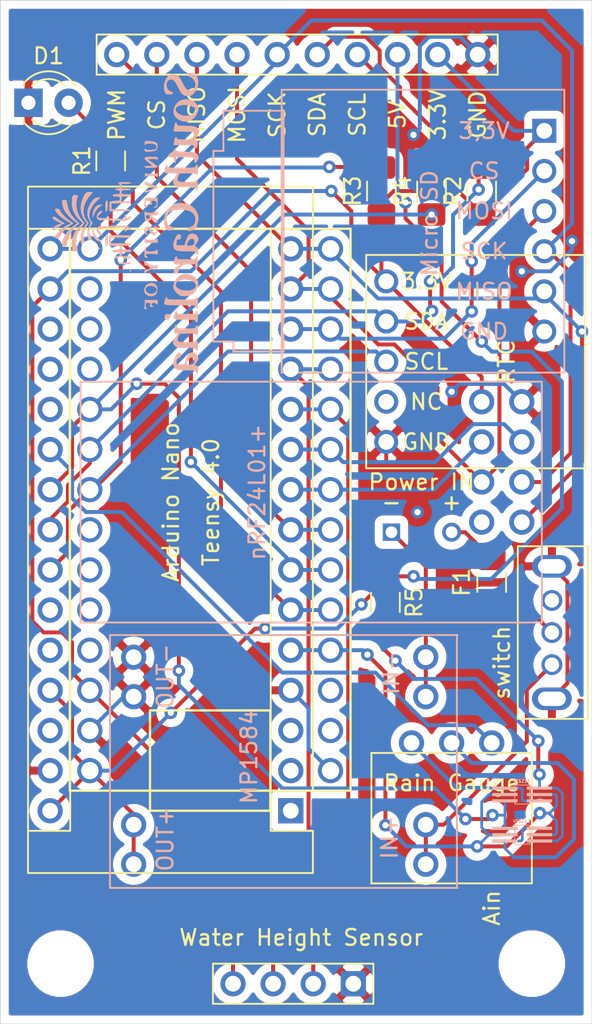
<source format=kicad_pcb>
(kicad_pcb (version 20171130) (host pcbnew "(5.1.6)-1")
  (layers (0 F.Cu signal) (31 B.Cu signal) (34 B.Paste user) (35 F.Paste user) (36 B.SilkS user) (37 F.SilkS user) (38 B.Mask user) (39 F.Mask user) (44 Edge.Cuts user))
  (net 0 "")
  (net 1 "Net-(Arduino_Nano1-Pad1)")
  (net 2 "Net-(Arduino_Nano1-Pad17)")
  (net 3 "Net-(Arduino_Nano1-Pad2)")
  (net 4 "Net-(Arduino_Nano1-Pad18)")
  (net 5 "Net-(Arduino_Nano1-Pad3)")
  (net 6 "Net-(Arduino_Nano1-Pad19)")
  (net 7 GND)
  (net 8 "Net-(Arduino_Nano1-Pad20)")
  (net 9 "Net-(Arduino_Nano1-Pad5)")
  (net 10 "Net-(Arduino_Nano1-Pad21)")
  (net 11 "Net-(Arduino_Nano1-Pad6)")
  (net 12 "Net-(Arduino_Nano1-Pad22)")
  (net 13 "Net-(Arduino_Nano1-Pad7)")
  (net 14 "Net-(Arduino_Nano1-Pad23)")
  (net 15 "Net-(Arduino_Nano1-Pad8)")
  (net 16 "Net-(Arduino_Nano1-Pad24)")
  (net 17 "Net-(Arduino_Nano1-Pad9)")
  (net 18 "Net-(Arduino_Nano1-Pad25)")
  (net 19 "Net-(Arduino_Nano1-Pad10)")
  (net 20 "Net-(Arduino_Nano1-Pad26)")
  (net 21 "Net-(Arduino_Nano1-Pad11)")
  (net 22 "Net-(Arduino_Nano1-Pad27)")
  (net 23 "Net-(Arduino_Nano1-Pad12)")
  (net 24 "Net-(Arduino_Nano1-Pad28)")
  (net 25 "Net-(Arduino_Nano1-Pad13)")
  (net 26 "Net-(Arduino_Nano1-Pad14)")
  (net 27 "Net-(Arduino_Nano1-Pad15)")
  (net 28 "Net-(Arduino_Nano1-Pad16)")
  (net 29 "Net-(D1-Pad2)")
  (net 30 "Net-(F1-Pad1)")
  (net 31 "Net-(F1-Pad2)")
  (net 32 "Net-(nRF24L01+1-Pad4)")
  (net 33 "Net-(Power_IN1-Pad1)")
  (net 34 "Net-(R5-Pad2)")
  (net 35 "Net-(VT6Z11-Pad3)")
  (net 36 "Net-(VT6Z12-Pad1)")
  (net 37 "Net-(RTC1-Pad2)")
  (net 38 "Net-(U5-Pad1)")
  (net 39 "Net-(switch1-Pad3)")
  (net 40 "Net-(U1-Pad28)")
  (net 41 "Net-(U1-Pad23)")
  (net 42 "Net-(U1-Pad30)")
  (net 43 "Net-(U1-Pad27)")
  (net 44 "Net-(U1-Pad2)")
  (net 45 "Net-(U1-Pad21)")
  (net 46 "Net-(U1-Pad29)")
  (net 47 "Net-(U1-Pad3)")
  (net 48 "Net-(U1-Pad22)")
  (module custom:Rainfall_sensor (layer F.Cu) (at 147.955 81.28)
    (fp_text reference "Rain Gauge" (at 1.27 3.175) (layer F.SilkS))
    (fp_text value rain_gauge-whs5-rescue)
    (fp_text user Ain (at 3.81 11.0744 90) (layer F.SilkS))
    (pad 3 thru_hole circle (at 3.81 0.635) (size 1.6 1.6) (drill 1) (layers *.Cu *.Mask) (net 10 "Net-(Arduino_Nano1-Pad21)"))
    (pad 2 thru_hole circle (at 1.27 0.635) (size 1.6 1.6) (drill 1) (layers *.Cu *.Mask) (net 36 "Net-(VT6Z12-Pad1)"))
    (pad 1 thru_hole circle (at -1.27 0.635) (size 1.6 1.6) (drill 1) (layers *.Cu *.Mask) (net 35 "Net-(VT6Z11-Pad3)"))
  )
  (module custom:VT6Z1 (layer F.Cu) (at 153.67 87.122)
    (fp_text reference VT6Z12 (at 0 -0.25 180) (layer B.SilkS) (effects (font (size 0.2 0.2) (thickness 0.05))))
    (fp_text value VT6Z1)
    (pad 6 smd rect (at -1.0668 0.2 270) (size 0.2 1.6) (layers B.Cu B.Paste B.SilkS) (net 12 "Net-(Arduino_Nano1-Pad22)"))
    (pad 5 smd rect (at -1.0668 0.6 270) (size 0.2 1.6) (layers B.Cu B.Paste B.SilkS) (net 9 "Net-(Arduino_Nano1-Pad5)"))
    (pad 4 smd rect (at -1.0668 1 270) (size 0.2 1.6) (layers B.Cu B.Paste B.SilkS) (net 36 "Net-(VT6Z12-Pad1)"))
    (pad 3 smd rect (at 1.1176 1 270) (size 0.2 1.6) (layers B.Cu B.Paste B.SilkS) (net 34 "Net-(R5-Pad2)"))
    (pad 2 smd rect (at 1.1176 0.6 270) (size 0.2 1.6) (layers B.Cu B.Paste B.SilkS) (net 9 "Net-(Arduino_Nano1-Pad5)"))
    (pad 1 smd rect (at 1.1176 0.1905 270) (size 0.2 1.6) (layers B.Cu B.Paste B.SilkS) (net 36 "Net-(VT6Z12-Pad1)"))
  )
  (module custom:VT6Z1 (layer F.Cu) (at 153.67 84.582)
    (fp_text reference VT6Z11 (at 0 -0.25 180) (layer B.SilkS) (effects (font (size 0.2 0.2) (thickness 0.05))))
    (fp_text value VT6Z1)
    (pad 6 smd rect (at -1.0668 0.2 270) (size 0.2 1.6) (layers B.Cu B.Paste B.SilkS) (net 35 "Net-(VT6Z11-Pad3)"))
    (pad 5 smd rect (at -1.0668 0.6 270) (size 0.2 1.6) (layers B.Cu B.Paste B.SilkS) (net 9 "Net-(Arduino_Nano1-Pad5)"))
    (pad 4 smd rect (at -1.0668 1 270) (size 0.2 1.6) (layers B.Cu B.Paste B.SilkS) (net 12 "Net-(Arduino_Nano1-Pad22)"))
    (pad 3 smd rect (at 1.1176 1 270) (size 0.2 1.6) (layers B.Cu B.Paste B.SilkS) (net 35 "Net-(VT6Z11-Pad3)"))
    (pad 2 smd rect (at 1.1176 0.6 270) (size 0.2 1.6) (layers B.Cu B.Paste B.SilkS) (net 9 "Net-(Arduino_Nano1-Pad5)"))
    (pad 1 smd rect (at 1.1176 0.1905 270) (size 0.2 1.6) (layers B.Cu B.Paste B.SilkS) (net 34 "Net-(R5-Pad2)"))
  )
  (module UofSC_logo:uofsc_logo_0_75in (layer F.Cu) (at 128.524 52.832 90)
    (fp_text reference G*** hide)
    (fp_text value LOGO hide)
  )
  (module MountingHole:MountingHole_3.2mm_M3 (layer F.Cu) (at 124.46 95.885)
    (fp_text reference REF** hide)
    (fp_text value MountingHole_3.2mm_M3)
    (pad 1 np_thru_hole circle (at 0 0) (size 3.2 3.2) (drill 3.2) (layers *.Cu *.Mask))
  )
  (module MountingHole:MountingHole_3.2mm_M3 (layer F.Cu) (at 154.305 95.885)
    (fp_text reference REF** hide)
    (fp_text value MountingHole_3.2mm_M3 hide)
    (pad "" np_thru_hole circle (at 0 0) (size 3.2 3.2) (drill 3.2) (layers *.Cu *.Mask))
  )
  (module custom:teensy4.0 (layer F.Cu) (at 133.2992 67.1576 90)
    (fp_text reference "Teensy 4.0" (at 0.4826 0.6858 270) (layer F.SilkS))
    (fp_text value Teensy4.0)
    (pad 1 thru_hole circle (at -16.51 8.255 90) (size 1.6 1.6) (drill 1.1) (layers *.Cu *.Mask) (net 7 GND))
    (pad 26 thru_hole circle (at 1.27 -6.985 90) (size 1.6 1.6) (drill 1.1) (layers *.Cu *.Mask) (net 16 "Net-(Arduino_Nano1-Pad24)"))
    (pad 7 thru_hole circle (at -1.27 8.255 90) (size 1.6 1.6) (drill 1.1) (layers *.Cu *.Mask) (net 15 "Net-(Arduino_Nano1-Pad8)"))
    (pad 11 thru_hole circle (at 8.89 8.255 90) (size 1.6 1.6) (drill 1.1) (layers *.Cu *.Mask) (net 23 "Net-(Arduino_Nano1-Pad12)"))
    (pad 12 thru_hole circle (at 11.43 8.255 90) (size 1.6 1.6) (drill 1.1) (layers *.Cu *.Mask) (net 25 "Net-(Arduino_Nano1-Pad13)"))
    (pad 14 thru_hole circle (at 16.51 8.255 90) (size 1.6 1.6) (drill 1.1) (layers *.Cu *.Mask) (net 27 "Net-(Arduino_Nano1-Pad15)"))
    (pad 32 thru_hole circle (at -13.97 -6.985 90) (size 1.6 1.6) (drill 1.1) (layers *.Cu *.Mask) (net 7 GND))
    (pad 28 thru_hole circle (at -3.81 -6.985 90) (size 1.6 1.6) (drill 1.1) (layers *.Cu *.Mask) (net 40 "Net-(U1-Pad28)"))
    (pad 23 thru_hole circle (at 8.89 -6.985 90) (size 1.6 1.6) (drill 1.1) (layers *.Cu *.Mask) (net 41 "Net-(U1-Pad23)"))
    (pad 13 thru_hole circle (at 13.97 8.255 90) (size 1.6 1.6) (drill 1.1) (layers *.Cu *.Mask) (net 26 "Net-(Arduino_Nano1-Pad14)"))
    (pad 33 thru_hole circle (at -16.51 -6.985 90) (size 1.6 1.6) (drill 1.1) (layers *.Cu *.Mask) (net 22 "Net-(Arduino_Nano1-Pad27)"))
    (pad 30 thru_hole circle (at -8.89 -6.985 90) (size 1.6 1.6) (drill 1.1) (layers *.Cu *.Mask) (net 42 "Net-(U1-Pad30)"))
    (pad 27 thru_hole circle (at -1.27 -6.985 90) (size 1.6 1.6) (drill 1.1) (layers *.Cu *.Mask) (net 43 "Net-(U1-Pad27)"))
    (pad 25 thru_hole circle (at 3.81 -6.985 90) (size 1.6 1.6) (drill 1.1) (layers *.Cu *.Mask) (net 14 "Net-(Arduino_Nano1-Pad23)"))
    (pad 24 thru_hole circle (at 6.35 -6.985 90) (size 1.6 1.6) (drill 1.1) (layers *.Cu *.Mask) (net 12 "Net-(Arduino_Nano1-Pad22)"))
    (pad 20 thru_hole circle (at 16.51 -6.985 90) (size 1.6 1.6) (drill 1.1) (layers *.Cu *.Mask) (net 28 "Net-(Arduino_Nano1-Pad16)"))
    (pad 2 thru_hole circle (at -13.97 8.255 90) (size 1.6 1.6) (drill 1.1) (layers *.Cu *.Mask) (net 44 "Net-(U1-Pad2)"))
    (pad 21 thru_hole circle (at 13.97 -6.985 90) (size 1.6 1.6) (drill 1.1) (layers *.Cu *.Mask) (net 45 "Net-(U1-Pad21)"))
    (pad 29 thru_hole circle (at -6.35 -6.985 90) (size 1.6 1.6) (drill 1.1) (layers *.Cu *.Mask) (net 46 "Net-(U1-Pad29)"))
    (pad 3 thru_hole circle (at -11.43 8.255 90) (size 1.6 1.6) (drill 1.1) (layers *.Cu *.Mask) (net 47 "Net-(U1-Pad3)"))
    (pad 4 thru_hole circle (at -8.89 8.255 90) (size 1.6 1.6) (drill 1.1) (layers *.Cu *.Mask) (net 9 "Net-(Arduino_Nano1-Pad5)"))
    (pad 5 thru_hole circle (at -6.35 8.255 90) (size 1.6 1.6) (drill 1.1) (layers *.Cu *.Mask) (net 11 "Net-(Arduino_Nano1-Pad6)"))
    (pad 9 thru_hole circle (at 3.81 8.255 90) (size 1.6 1.6) (drill 1.1) (layers *.Cu *.Mask) (net 19 "Net-(Arduino_Nano1-Pad10)"))
    (pad 6 thru_hole circle (at -3.81 8.255 90) (size 1.6 1.6) (drill 1.1) (layers *.Cu *.Mask) (net 13 "Net-(Arduino_Nano1-Pad7)"))
    (pad 8 thru_hole circle (at 1.27 8.255 90) (size 1.6 1.6) (drill 1.1) (layers *.Cu *.Mask) (net 17 "Net-(Arduino_Nano1-Pad9)"))
    (pad 10 thru_hole circle (at 6.35 8.255 90) (size 1.6 1.6) (drill 1.1) (layers *.Cu *.Mask) (net 21 "Net-(Arduino_Nano1-Pad11)"))
    (pad 31 thru_hole circle (at -11.43 -6.985 90) (size 1.6 1.6) (drill 1.1) (layers *.Cu *.Mask) (net 2 "Net-(Arduino_Nano1-Pad17)"))
    (pad 22 thru_hole circle (at 11.43 -6.985 90) (size 1.6 1.6) (drill 1.1) (layers *.Cu *.Mask) (net 48 "Net-(U1-Pad22)"))
  )
  (module Module:Arduino_Nano (layer F.Cu) (at 139.0396 86.2076 180)
    (fp_text reference "Arduino Nano" (at 7.5946 19.5326 90) (layer F.SilkS))
    (fp_text value Arduino_Nano_v2.x)
    (pad 1 thru_hole rect (at 0 0 180) (size 1.6 1.6) (drill 1) (layers *.Cu *.Mask) (net 1 "Net-(Arduino_Nano1-Pad1)"))
    (pad 17 thru_hole oval (at 15.24 33.02 180) (size 1.6 1.6) (drill 1) (layers *.Cu *.Mask) (net 2 "Net-(Arduino_Nano1-Pad17)"))
    (pad 2 thru_hole oval (at 0 2.54 180) (size 1.6 1.6) (drill 1) (layers *.Cu *.Mask) (net 3 "Net-(Arduino_Nano1-Pad2)"))
    (pad 18 thru_hole oval (at 15.24 30.48 180) (size 1.6 1.6) (drill 1) (layers *.Cu *.Mask) (net 4 "Net-(Arduino_Nano1-Pad18)"))
    (pad 3 thru_hole oval (at 0 5.08 180) (size 1.6 1.6) (drill 1) (layers *.Cu *.Mask) (net 5 "Net-(Arduino_Nano1-Pad3)"))
    (pad 19 thru_hole oval (at 15.24 27.94 180) (size 1.6 1.6) (drill 1) (layers *.Cu *.Mask) (net 6 "Net-(Arduino_Nano1-Pad19)"))
    (pad 4 thru_hole oval (at 0 7.62 180) (size 1.6 1.6) (drill 1) (layers *.Cu *.Mask) (net 7 GND))
    (pad 20 thru_hole oval (at 15.24 25.4 180) (size 1.6 1.6) (drill 1) (layers *.Cu *.Mask) (net 8 "Net-(Arduino_Nano1-Pad20)"))
    (pad 5 thru_hole oval (at 0 10.16 180) (size 1.6 1.6) (drill 1) (layers *.Cu *.Mask) (net 9 "Net-(Arduino_Nano1-Pad5)"))
    (pad 21 thru_hole oval (at 15.24 22.86 180) (size 1.6 1.6) (drill 1) (layers *.Cu *.Mask) (net 10 "Net-(Arduino_Nano1-Pad21)"))
    (pad 6 thru_hole oval (at 0 12.7 180) (size 1.6 1.6) (drill 1) (layers *.Cu *.Mask) (net 11 "Net-(Arduino_Nano1-Pad6)"))
    (pad 22 thru_hole oval (at 15.24 20.32 180) (size 1.6 1.6) (drill 1) (layers *.Cu *.Mask) (net 12 "Net-(Arduino_Nano1-Pad22)"))
    (pad 7 thru_hole oval (at 0 15.24 180) (size 1.6 1.6) (drill 1) (layers *.Cu *.Mask) (net 13 "Net-(Arduino_Nano1-Pad7)"))
    (pad 23 thru_hole oval (at 15.24 17.78 180) (size 1.6 1.6) (drill 1) (layers *.Cu *.Mask) (net 14 "Net-(Arduino_Nano1-Pad23)"))
    (pad 8 thru_hole oval (at 0 17.78 180) (size 1.6 1.6) (drill 1) (layers *.Cu *.Mask) (net 15 "Net-(Arduino_Nano1-Pad8)"))
    (pad 24 thru_hole oval (at 15.24 15.24 180) (size 1.6 1.6) (drill 1) (layers *.Cu *.Mask) (net 16 "Net-(Arduino_Nano1-Pad24)"))
    (pad 9 thru_hole oval (at 0 20.32 180) (size 1.6 1.6) (drill 1) (layers *.Cu *.Mask) (net 17 "Net-(Arduino_Nano1-Pad9)"))
    (pad 25 thru_hole oval (at 15.24 12.7 180) (size 1.6 1.6) (drill 1) (layers *.Cu *.Mask) (net 18 "Net-(Arduino_Nano1-Pad25)"))
    (pad 10 thru_hole oval (at 0 22.86 180) (size 1.6 1.6) (drill 1) (layers *.Cu *.Mask) (net 19 "Net-(Arduino_Nano1-Pad10)"))
    (pad 26 thru_hole oval (at 15.24 10.16 180) (size 1.6 1.6) (drill 1) (layers *.Cu *.Mask) (net 20 "Net-(Arduino_Nano1-Pad26)"))
    (pad 11 thru_hole oval (at 0 25.4 180) (size 1.6 1.6) (drill 1) (layers *.Cu *.Mask) (net 21 "Net-(Arduino_Nano1-Pad11)"))
    (pad 27 thru_hole oval (at 15.24 7.62 180) (size 1.6 1.6) (drill 1) (layers *.Cu *.Mask) (net 22 "Net-(Arduino_Nano1-Pad27)"))
    (pad 12 thru_hole oval (at 0 27.94 180) (size 1.6 1.6) (drill 1) (layers *.Cu *.Mask) (net 23 "Net-(Arduino_Nano1-Pad12)"))
    (pad 28 thru_hole oval (at 15.24 5.08 180) (size 1.6 1.6) (drill 1) (layers *.Cu *.Mask) (net 24 "Net-(Arduino_Nano1-Pad28)"))
    (pad 13 thru_hole oval (at 0 30.48 180) (size 1.6 1.6) (drill 1) (layers *.Cu *.Mask) (net 25 "Net-(Arduino_Nano1-Pad13)"))
    (pad 29 thru_hole oval (at 15.24 2.54 180) (size 1.6 1.6) (drill 1) (layers *.Cu *.Mask) (net 7 GND))
    (pad 14 thru_hole oval (at 0 33.02 180) (size 1.6 1.6) (drill 1) (layers *.Cu *.Mask) (net 26 "Net-(Arduino_Nano1-Pad14)"))
    (pad 30 thru_hole oval (at 15.24 0 180) (size 1.6 1.6) (drill 1) (layers *.Cu *.Mask) (net 22 "Net-(Arduino_Nano1-Pad27)"))
    (pad 15 thru_hole oval (at 0 35.56 180) (size 1.6 1.6) (drill 1) (layers *.Cu *.Mask) (net 27 "Net-(Arduino_Nano1-Pad15)"))
    (pad 16 thru_hole oval (at 15.24 35.56 180) (size 1.6 1.6) (drill 1) (layers *.Cu *.Mask) (net 28 "Net-(Arduino_Nano1-Pad16)"))
  )
  (module LED_THT:LED_D3.0mm (layer F.Cu) (at 122.428 41.402)
    (fp_text reference D1 (at 1.27 -2.96) (layer F.SilkS))
    (fp_text value LED)
    (pad 1 thru_hole rect (at 0 0) (size 1.8 1.8) (drill 0.9) (layers *.Cu *.Mask) (net 7 GND))
    (pad 2 thru_hole circle (at 2.54 0) (size 1.8 1.8) (drill 0.9) (layers *.Cu *.Mask) (net 29 "Net-(D1-Pad2)"))
  )
  (module Resistor_SMD:R_1206_3216Metric_Pad1.42x1.75mm_HandSolder (layer F.Cu) (at 151.765 71.755 270)
    (fp_text reference F1 (at 0 1.905 90) (layer F.SilkS))
    (fp_text value Fuse)
    (pad 2 smd roundrect (at 1.4875 0 270) (size 1.425 1.75) (layers F.Cu F.Paste F.Mask) (roundrect_rratio 0.175439) (net 31 "Net-(F1-Pad2)"))
    (pad 1 smd roundrect (at -1.4875 0 270) (size 1.425 1.75) (layers F.Cu F.Paste F.Mask) (roundrect_rratio 0.175439) (net 30 "Net-(F1-Pad1)"))
  )
  (module custom:small_microSD (layer F.Cu) (at 156.3624 49.53 270)
    (fp_text reference "Micro SD" (at -0.508 8.5344 90) (layer B.SilkS))
    (fp_text value small_microSD)
    (fp_text user 3,3V (at -6.35 5.08) (layer B.SilkS))
    (fp_text user CS (at -3.81 5.08) (layer B.SilkS))
    (fp_text user MOSI (at -1.27 5.08) (layer B.SilkS))
    (fp_text user SCK (at 1.27 5.08) (layer B.SilkS))
    (fp_text user MISO (at 3.81 5.08) (layer B.SilkS))
    (fp_text user GND (at 6.35 5.08) (layer B.SilkS))
    (pad 1 thru_hole rect (at -6.35 1.27 270) (size 1.524 1.524) (drill 1) (layers *.Cu *.Mask) (net 2 "Net-(Arduino_Nano1-Pad17)"))
    (pad 2 thru_hole circle (at -3.81 1.27 270) (size 1.524 1.524) (drill 1) (layers *.Cu *.Mask) (net 25 "Net-(Arduino_Nano1-Pad13)"))
    (pad 3 thru_hole circle (at -1.27 1.27 270) (size 1.524 1.524) (drill 1) (layers *.Cu *.Mask) (net 26 "Net-(Arduino_Nano1-Pad14)"))
    (pad 4 thru_hole circle (at 1.27 1.27 270) (size 1.524 1.524) (drill 1) (layers *.Cu *.Mask) (net 28 "Net-(Arduino_Nano1-Pad16)"))
    (pad 5 thru_hole circle (at 3.81 1.27 270) (size 1.524 1.524) (drill 1) (layers *.Cu *.Mask) (net 27 "Net-(Arduino_Nano1-Pad15)"))
    (pad 6 thru_hole circle (at 6.35 1.27 270) (size 1.524 1.524) (drill 1) (layers *.Cu *.Mask) (net 7 GND))
  )
  (module custom:nRF24L01+ (layer F.Cu) (at 142.24 66.675 90)
    (fp_text reference nRF24L01+ (at 0.635 -5.334 90) (layer B.SilkS))
    (fp_text value nRF24L01+)
    (pad 3 thru_hole circle (at 1.27 8.89 90) (size 1.6 1.6) (drill 1) (layers *.Cu *.Mask) (net 26 "Net-(Arduino_Nano1-Pad14)"))
    (pad 7 thru_hole circle (at 1.27 11.43 90) (size 1.6 1.6) (drill 1) (layers *.Cu *.Mask) (net 28 "Net-(Arduino_Nano1-Pad16)"))
    (pad 5 thru_hole circle (at 6.35 11.43 90) (size 1.6 1.6) (drill 1) (layers *.Cu *.Mask) (net 7 GND))
    (pad 6 thru_hole circle (at 3.81 11.43 90) (size 1.6 1.6) (drill 1) (layers *.Cu *.Mask) (net 19 "Net-(Arduino_Nano1-Pad10)"))
    (pad 2 thru_hole circle (at 3.81 8.89 90) (size 1.6 1.6) (drill 1) (layers *.Cu *.Mask) (net 17 "Net-(Arduino_Nano1-Pad9)"))
    (pad 1 thru_hole circle (at 6.35 8.89 90) (size 1.6 1.6) (drill 1) (layers *.Cu *.Mask) (net 2 "Net-(Arduino_Nano1-Pad17)"))
    (pad 4 thru_hole circle (at -1.27 8.89 90) (size 1.6 1.6) (drill 1) (layers *.Cu *.Mask) (net 32 "Net-(nRF24L01+1-Pad4)"))
    (pad 8 thru_hole circle (at -1.27 11.43 90) (size 1.6 1.6) (drill 1) (layers *.Cu *.Mask) (net 27 "Net-(Arduino_Nano1-Pad15)"))
  )
  (module custom:XT60PW (layer F.Cu) (at 147.955 66.04)
    (fp_text reference "Power IN" (at -0.635 -0.635) (layer F.SilkS))
    (fp_text value XP60PW)
    (fp_text user - (at -2.54 0.635) (layer F.SilkS))
    (fp_text user + (at 1.27 0.635) (layer F.SilkS))
    (pad 1 thru_hole rect (at -2.54 2.54) (size 1.1 1.1) (drill 0.75) (layers *.Cu *.Mask) (net 33 "Net-(Power_IN1-Pad1)"))
    (pad 2 thru_hole circle (at 1.27 2.54) (size 1.2 1.2) (drill 0.75) (layers *.Cu *.Mask) (net 30 "Net-(F1-Pad1)"))
  )
  (module Resistor_SMD:R_1206_3216Metric_Pad1.42x1.75mm_HandSolder (layer F.Cu) (at 127.635 45.085 90)
    (fp_text reference R1 (at 0 -1.82 90) (layer F.SilkS))
    (fp_text value 1k)
    (pad 1 smd roundrect (at -1.4875 0 90) (size 1.425 1.75) (layers F.Cu F.Paste F.Mask) (roundrect_rratio 0.175439) (net 13 "Net-(Arduino_Nano1-Pad7)"))
    (pad 2 smd roundrect (at 1.4875 0 90) (size 1.425 1.75) (layers F.Cu F.Paste F.Mask) (roundrect_rratio 0.175439) (net 29 "Net-(D1-Pad2)"))
  )
  (module Resistor_SMD:R_1206_3216Metric_Pad1.42x1.75mm_HandSolder (layer F.Cu) (at 151.13 46.99 90)
    (fp_text reference R2 (at 0 -1.82 90) (layer F.SilkS))
    (fp_text value 4.7k)
    (pad 2 smd roundrect (at 1.4875 0 90) (size 1.425 1.75) (layers F.Cu F.Paste F.Mask) (roundrect_rratio 0.175439) (net 14 "Net-(Arduino_Nano1-Pad23)"))
    (pad 1 smd roundrect (at -1.4875 0 90) (size 1.425 1.75) (layers F.Cu F.Paste F.Mask) (roundrect_rratio 0.175439) (net 2 "Net-(Arduino_Nano1-Pad17)"))
  )
  (module Resistor_SMD:R_1206_3216Metric_Pad1.42x1.75mm_HandSolder (layer F.Cu) (at 144.78 46.99 90)
    (fp_text reference R3 (at 0 -1.82 90) (layer F.SilkS))
    (fp_text value 4.7k)
    (pad 1 smd roundrect (at -1.4875 0 90) (size 1.425 1.75) (layers F.Cu F.Paste F.Mask) (roundrect_rratio 0.175439) (net 2 "Net-(Arduino_Nano1-Pad17)"))
    (pad 2 smd roundrect (at 1.4875 0 90) (size 1.425 1.75) (layers F.Cu F.Paste F.Mask) (roundrect_rratio 0.175439) (net 16 "Net-(Arduino_Nano1-Pad24)"))
  )
  (module Resistor_SMD:R_1206_3216Metric_Pad1.42x1.75mm_HandSolder (layer F.Cu) (at 147.955 46.99 90)
    (fp_text reference R4 (at 0 -1.82 90) (layer F.SilkS))
    (fp_text value R)
    (pad 2 smd roundrect (at 1.4875 0 90) (size 1.425 1.75) (layers F.Cu F.Paste F.Mask) (roundrect_rratio 0.175439) (net 7 GND))
    (pad 1 smd roundrect (at -1.4875 0 90) (size 1.425 1.75) (layers F.Cu F.Paste F.Mask) (roundrect_rratio 0.175439) (net 12 "Net-(Arduino_Nano1-Pad22)"))
  )
  (module Resistor_SMD:R_1206_3216Metric_Pad1.42x1.75mm_HandSolder (layer F.Cu) (at 145.034 73.025 270)
    (fp_text reference R5 (at 0 -1.82 90) (layer F.SilkS))
    (fp_text value R)
    (pad 1 smd roundrect (at -1.4875 0 270) (size 1.425 1.75) (layers F.Cu F.Paste F.Mask) (roundrect_rratio 0.175439) (net 22 "Net-(Arduino_Nano1-Pad27)"))
    (pad 2 smd roundrect (at 1.4875 0 270) (size 1.425 1.75) (layers F.Cu F.Paste F.Mask) (roundrect_rratio 0.175439) (net 34 "Net-(R5-Pad2)"))
  )
  (module custom:small_DS3231 (layer F.Cu) (at 143.8148 57.785 90)
    (fp_text reference RTC (at 0 8.89 90) (layer F.SilkS))
    (fp_text value small_DS3231)
    (fp_text user 3.3V (at 5.08 3.81) (layer F.SilkS))
    (fp_text user SDA (at 2.54 3.81) (layer F.SilkS))
    (fp_text user SCL (at 0 3.81) (layer F.SilkS))
    (fp_text user NC (at -2.54 3.81) (layer F.SilkS))
    (fp_text user GND (at -5.08 3.81) (layer F.SilkS))
    (pad 5 thru_hole circle (at 5.08 1.27 90) (size 1.524 1.524) (drill 1) (layers *.Cu *.Mask) (net 2 "Net-(Arduino_Nano1-Pad17)"))
    (pad 4 thru_hole circle (at 2.54 1.27 90) (size 1.524 1.524) (drill 1) (layers *.Cu *.Mask) (net 14 "Net-(Arduino_Nano1-Pad23)"))
    (pad 3 thru_hole circle (at 0 1.27 90) (size 1.524 1.524) (drill 1) (layers *.Cu *.Mask) (net 16 "Net-(Arduino_Nano1-Pad24)"))
    (pad 2 thru_hole circle (at -2.54 1.27 90) (size 1.524 1.524) (drill 1) (layers *.Cu *.Mask) (net 37 "Net-(RTC1-Pad2)"))
    (pad 1 thru_hole circle (at -5.08 1.27 90) (size 1.524 1.524) (drill 1) (layers *.Cu *.Mask) (net 7 GND))
  )
  (module custom:grounded_switch (layer F.Cu) (at 150.495 74.93 90)
    (fp_text reference switch (at -1.905 1.905 90) (layer F.SilkS))
    (fp_text value grounded_switch)
    (pad 5 thru_hole oval (at 4.191 5.08 180) (size 2.524 1.424) (drill oval 1.76 0.914) (layers *.Cu *.Mask) (net 7 GND))
    (pad 4 thru_hole oval (at -4.191 5.08 180) (size 2.524 1.424) (drill oval 1.76 0.914) (layers *.Cu *.Mask) (net 7 GND))
    (pad 3 thru_hole circle (at 2.032 5.08 90) (size 1.324 1.324) (drill 0.914) (layers *.Cu *.Mask) (net 39 "Net-(switch1-Pad3)"))
    (pad 2 thru_hole circle (at 0 5.08 90) (size 1.324 1.324) (drill 0.914) (layers *.Cu *.Mask) (net 31 "Net-(F1-Pad2)"))
    (pad 1 thru_hole circle (at -2.032 5.08 90) (size 1.324 1.324) (drill 0.914) (layers *.Cu *.Mask) (net 38 "Net-(U5-Pad1)"))
  )
  (module custom:top_rail (layer F.Cu) (at 138.176 38.354)
    (fp_text reference top_rail1 hide)
    (fp_text value top_rail)
    (fp_text user CS (at -7.62 3.81 90) (layer F.SilkS))
    (fp_text user MISO (at -5.08 3.81 90) (layer F.SilkS))
    (fp_text user MOSI (at -2.54 3.81 90) (layer F.SilkS))
    (fp_text user SCK (at 0 3.81 90) (layer F.SilkS))
    (fp_text user SDA (at 2.54 3.81 90) (layer F.SilkS))
    (fp_text user SCL (at 5.08 3.81 90) (layer F.SilkS))
    (fp_text user 5V (at 7.62 3.81 90) (layer F.SilkS))
    (fp_text user 3.3V (at 10.16 3.81 90) (layer F.SilkS))
    (fp_text user GND (at 12.7 3.81 90) (layer F.SilkS))
    (fp_text user PWM (at -10.16 3.81 90) (layer F.SilkS))
    (pad 1 thru_hole circle (at -7.62 0) (size 1.6 1.6) (drill 1) (layers *.Cu *.Mask) (net 15 "Net-(Arduino_Nano1-Pad8)"))
    (pad 2 thru_hole circle (at -5.08 0) (size 1.6 1.6) (drill 1) (layers *.Cu *.Mask) (net 27 "Net-(Arduino_Nano1-Pad15)"))
    (pad 3 thru_hole circle (at -2.54 0) (size 1.6 1.6) (drill 1) (layers *.Cu *.Mask) (net 26 "Net-(Arduino_Nano1-Pad14)"))
    (pad 4 thru_hole circle (at 0 0) (size 1.6 1.6) (drill 1) (layers *.Cu *.Mask) (net 28 "Net-(Arduino_Nano1-Pad16)"))
    (pad 5 thru_hole circle (at 2.54 0) (size 1.6 1.6) (drill 1) (layers *.Cu *.Mask) (net 14 "Net-(Arduino_Nano1-Pad23)"))
    (pad 6 thru_hole circle (at 5.08 0) (size 1.6 1.6) (drill 1) (layers *.Cu *.Mask) (net 16 "Net-(Arduino_Nano1-Pad24)"))
    (pad 7 thru_hole circle (at 7.62 0) (size 1.6 1.6) (drill 1) (layers *.Cu *.Mask) (net 22 "Net-(Arduino_Nano1-Pad27)"))
    (pad 8 thru_hole circle (at 10.16 0) (size 1.6 1.6) (drill 1) (layers *.Cu *.Mask) (net 2 "Net-(Arduino_Nano1-Pad17)"))
    (pad 9 thru_hole circle (at 12.7 0) (size 1.6 1.6) (drill 1) (layers *.Cu *.Mask) (net 7 GND))
    (pad 10 thru_hole circle (at -10.16 0) (size 1.6 1.6) (drill 1) (layers *.Cu *.Mask) (net 11 "Net-(Arduino_Nano1-Pad6)"))
  )
  (module custom:HCSR04 (layer F.Cu) (at 139.192 95.885)
    (fp_text reference Ultrasonic_sensor1 hide)
    (fp_text value HCSR04)
    (pad 4 thru_hole circle (at -3.81 1.27) (size 1.6 1.6) (drill 1) (layers *.Cu *.Mask) (net 2 "Net-(Arduino_Nano1-Pad17)"))
    (pad 3 thru_hole circle (at -1.27 1.27) (size 1.6 1.6) (drill 1) (layers *.Cu *.Mask) (net 23 "Net-(Arduino_Nano1-Pad12)"))
    (pad 2 thru_hole circle (at 1.27 1.27) (size 1.6 1.6) (drill 1) (layers *.Cu *.Mask) (net 21 "Net-(Arduino_Nano1-Pad11)"))
    (pad 1 thru_hole rect (at 3.81 1.27) (size 1.6 1.6) (drill 1) (layers *.Cu *.Mask) (net 7 GND))
  )
  (module custom:MP1584_back (layer F.Cu) (at 140.335 83.185 270)
    (fp_text reference MP1584 (at -0.381 3.937 90) (layer B.SilkS))
    (fp_text value MP1584)
    (fp_text user OUT- (at -5.495 9.245 90) (layer B.SilkS))
    (fp_text user OUT+ (at 4.805 9.245 90) (layer B.SilkS))
    (fp_text user IN- (at -5.695 -5.055 90) (layer B.SilkS))
    (fp_text user IN+ (at 4.705 -4.955 90) (layer B.SilkS))
    (pad 4 thru_hole circle (at -6.695 -7.255 270) (size 1.6 1.6) (drill 1) (layers *.Cu *.Mask) (net 33 "Net-(Power_IN1-Pad1)"))
    (pad 3 thru_hole circle (at -4.195 -7.255 270) (size 1.6 1.6) (drill 1) (layers *.Cu *.Mask) (net 33 "Net-(Power_IN1-Pad1)"))
    (pad 2 thru_hole circle (at 3.905 -7.255 270) (size 1.6 1.6) (drill 1) (layers *.Cu *.Mask) (net 38 "Net-(U5-Pad1)"))
    (pad 7 thru_hole circle (at -4.195 11.245 270) (size 1.6 1.6) (drill 1) (layers *.Cu *.Mask) (net 7 GND))
    (pad 5 thru_hole circle (at 6.405 11.245 270) (size 1.6 1.6) (drill 1) (layers *.Cu *.Mask) (net 22 "Net-(Arduino_Nano1-Pad27)"))
    (pad 6 thru_hole circle (at 3.905 11.245 270) (size 1.6 1.6) (drill 1) (layers *.Cu *.Mask) (net 22 "Net-(Arduino_Nano1-Pad27)"))
    (pad 8 thru_hole circle (at -6.695 11.245 270) (size 1.6 1.6) (drill 1) (layers *.Cu *.Mask) (net 7 GND))
    (pad 1 thru_hole circle (at 6.405 -7.255 270) (size 1.6 1.6) (drill 1) (layers *.Cu *.Mask) (net 38 "Net-(U5-Pad1)"))
  )
  (gr_text "Water Height Sensor" (at 139.7 94.234) (layer F.SilkS) (effects (font (size 1 1))))
  (gr_line (start 158.115 34.925) (end 158.115 99.695) (layer Edge.Cuts) (width 0.05))
  (gr_line (start 120.65 99.695) (end 158.115 99.695) (layer Edge.Cuts) (width 0.05))
  (gr_line (start 120.65 34.925) (end 120.65 99.695) (layer Edge.Cuts) (width 0.05))
  (gr_line (start 120.65 34.925) (end 158.115 34.925) (layer Edge.Cuts) (width 0.05))
  (segment (start 125.189199 77.462599) (end 126.3142 78.5876) (width 0.25) (layer F.Cu) (net 2))
  (segment (start 124.554199 74.922599) (end 125.189199 75.557599) (width 0.25) (layer F.Cu) (net 2))
  (segment (start 125.189199 75.557599) (end 125.189199 77.462599) (width 0.25) (layer F.Cu) (net 2))
  (segment (start 123.385799 74.922599) (end 124.554199 74.922599) (width 0.25) (layer F.Cu) (net 2))
  (segment (start 122.674599 74.211399) (end 123.385799 74.922599) (width 0.25) (layer F.Cu) (net 2))
  (segment (start 122.674599 54.312601) (end 122.674599 74.211399) (width 0.25) (layer F.Cu) (net 2))
  (segment (start 123.7996 53.1876) (end 122.674599 54.312601) (width 0.25) (layer F.Cu) (net 2))
  (segment (start 154.005399 44.267001) (end 154.005399 45.602101) (width 0.25) (layer F.Cu) (net 2))
  (segment (start 154.005399 45.602101) (end 151.13 48.4775) (width 0.25) (layer F.Cu) (net 2))
  (segment (start 155.0924 43.18) (end 154.005399 44.267001) (width 0.25) (layer F.Cu) (net 2))
  (segment (start 144.78 52.4002) (end 145.0848 52.705) (width 0.25) (layer F.Cu) (net 2))
  (segment (start 144.78 48.4775) (end 144.78 52.4002) (width 0.25) (layer F.Cu) (net 2))
  (segment (start 144.78 47.765) (end 145.555 46.99) (width 0.25) (layer F.Cu) (net 2))
  (segment (start 144.78 48.4775) (end 144.78 47.765) (width 0.25) (layer F.Cu) (net 2))
  (segment (start 149.6425 46.99) (end 151.13 48.4775) (width 0.25) (layer F.Cu) (net 2))
  (segment (start 145.555 46.99) (end 149.6425 46.99) (width 0.25) (layer F.Cu) (net 2))
  (segment (start 151.13 58.7502) (end 145.0848 52.705) (width 0.25) (layer F.Cu) (net 2))
  (segment (start 151.13 60.325) (end 151.13 58.7502) (width 0.25) (layer F.Cu) (net 2))
  (segment (start 124.924601 52.062599) (end 132.722401 52.062599) (width 0.25) (layer B.Cu) (net 2))
  (segment (start 123.7996 53.1876) (end 124.924601 52.062599) (width 0.25) (layer B.Cu) (net 2))
  (via (at 141.605 46.99) (size 0.8) (drill 0.4) (layers F.Cu B.Cu) (net 2))
  (segment (start 132.722401 52.062599) (end 137.795 46.99) (width 0.25) (layer B.Cu) (net 2))
  (segment (start 137.795 46.99) (end 141.605 46.99) (width 0.25) (layer B.Cu) (net 2))
  (segment (start 145.0848 52.705) (end 142.875 50.4952) (width 0.25) (layer F.Cu) (net 2))
  (segment (start 142.875 48.26) (end 141.605 46.99) (width 0.25) (layer F.Cu) (net 2))
  (segment (start 142.875 50.4952) (end 142.875 48.26) (width 0.25) (layer F.Cu) (net 2))
  (segment (start 153.162 43.18) (end 155.0924 43.18) (width 0.25) (layer B.Cu) (net 2))
  (segment (start 148.336 38.354) (end 153.162 43.18) (width 0.25) (layer B.Cu) (net 2))
  (segment (start 135.382 87.6554) (end 135.382 97.155) (width 0.25) (layer F.Cu) (net 2))
  (segment (start 126.3142 78.5876) (end 135.382 87.6554) (width 0.25) (layer F.Cu) (net 2))
  (segment (start 140.164601 82.278001) (end 141.5542 83.6676) (width 0.25) (layer B.Cu) (net 7))
  (segment (start 140.164601 79.712601) (end 140.164601 82.278001) (width 0.25) (layer B.Cu) (net 7))
  (segment (start 139.0396 78.5876) (end 140.164601 79.712601) (width 0.25) (layer B.Cu) (net 7))
  (via (at 149.225 59.69) (size 0.8) (drill 0.4) (layers F.Cu B.Cu) (net 7))
  (segment (start 149.715001 59.199999) (end 149.225 59.69) (width 0.25) (layer B.Cu) (net 7))
  (segment (start 153.67 60.325) (end 152.544999 59.199999) (width 0.25) (layer B.Cu) (net 7))
  (segment (start 152.544999 59.199999) (end 149.715001 59.199999) (width 0.25) (layer B.Cu) (net 7))
  (via (at 156.845 50.165) (size 0.8) (drill 0.4) (layers F.Cu B.Cu) (net 7))
  (via (at 153.67 52.07) (size 0.8) (drill 0.4) (layers F.Cu B.Cu) (net 7))
  (segment (start 155.505685 52.07) (end 153.67 52.07) (width 0.25) (layer B.Cu) (net 7))
  (segment (start 156.845 50.730685) (end 155.505685 52.07) (width 0.25) (layer B.Cu) (net 7))
  (segment (start 156.845 50.165) (end 156.845 50.730685) (width 0.25) (layer B.Cu) (net 7))
  (via (at 146.812 43.434) (size 0.8) (drill 0.4) (layers F.Cu B.Cu) (net 7))
  (segment (start 149.750999 37.228999) (end 147.795999 37.228999) (width 0.25) (layer B.Cu) (net 7))
  (segment (start 147.795999 37.228999) (end 147.210999 37.813999) (width 0.25) (layer B.Cu) (net 7))
  (segment (start 150.876 38.354) (end 149.750999 37.228999) (width 0.25) (layer B.Cu) (net 7))
  (segment (start 147.210999 37.813999) (end 147.210999 43.035001) (width 0.25) (layer B.Cu) (net 7))
  (segment (start 147.210999 43.035001) (end 146.812 43.434) (width 0.25) (layer B.Cu) (net 7))
  (segment (start 128.4518 78.99) (end 129.09 78.99) (width 0.25) (layer B.Cu) (net 7))
  (segment (start 126.3142 81.1276) (end 128.4518 78.99) (width 0.25) (layer B.Cu) (net 7))
  (segment (start 156.562001 78.133999) (end 155.575 79.121) (width 0.25) (layer F.Cu) (net 7))
  (segment (start 156.562001 71.726001) (end 156.562001 78.133999) (width 0.25) (layer F.Cu) (net 7))
  (segment (start 155.575 70.739) (end 156.562001 71.726001) (width 0.25) (layer F.Cu) (net 7))
  (via (at 147.066 67.31) (size 0.8) (drill 0.4) (layers F.Cu B.Cu) (net 7))
  (segment (start 145.0848 65.3288) (end 147.066 67.31) (width 0.25) (layer F.Cu) (net 7))
  (segment (start 145.0848 62.865) (end 145.0848 65.3288) (width 0.25) (layer F.Cu) (net 7))
  (segment (start 139.0396 76.0476) (end 141.5542 76.0476) (width 0.25) (layer B.Cu) (net 9))
  (segment (start 151.590198 85.182) (end 151.13 85.642198) (width 0.17) (layer B.Cu) (net 9))
  (segment (start 152.6032 85.182) (end 151.590198 85.182) (width 0.17) (layer B.Cu) (net 9))
  (segment (start 151.13 87.261802) (end 151.590198 87.722) (width 0.17) (layer B.Cu) (net 9))
  (segment (start 151.13 85.642198) (end 151.13 87.261802) (width 0.17) (layer B.Cu) (net 9))
  (via (at 143.891 76.327) (size 0.8) (drill 0.4) (layers F.Cu B.Cu) (net 9))
  (segment (start 141.5542 76.0476) (end 143.6116 76.0476) (width 0.25) (layer B.Cu) (net 9))
  (segment (start 143.6116 76.0476) (end 143.891 76.327) (width 0.25) (layer B.Cu) (net 9))
  (segment (start 143.891 76.327) (end 145.034 77.47) (width 0.25) (layer F.Cu) (net 9))
  (via (at 145.034 87.122) (size 0.8) (drill 0.4) (layers F.Cu B.Cu) (net 9))
  (segment (start 145.034 77.47) (end 145.034 87.122) (width 0.25) (layer F.Cu) (net 9))
  (segment (start 146.376999 88.464999) (end 150.847199 88.464999) (width 0.25) (layer B.Cu) (net 9))
  (segment (start 145.034 87.122) (end 146.376999 88.464999) (width 0.25) (layer B.Cu) (net 9))
  (segment (start 151.590198 87.722) (end 152.6032 87.722) (width 0.17) (layer B.Cu) (net 9))
  (segment (start 150.847199 88.464999) (end 151.590198 87.722) (width 0.17) (layer B.Cu) (net 9))
  (segment (start 150.847199 88.464999) (end 150.847199 88.464999) (width 0.25) (layer B.Cu) (net 9))
  (via (at 150.847199 88.464999) (size 0.8) (drill 0.4) (layers F.Cu B.Cu) (net 9))
  (via (at 154.813 86.36) (size 0.8) (drill 0.4) (layers F.Cu B.Cu) (net 9))
  (segment (start 150.847199 88.464999) (end 152.708001 88.464999) (width 0.25) (layer F.Cu) (net 9))
  (segment (start 152.708001 88.464999) (end 154.813 86.36) (width 0.25) (layer F.Cu) (net 9))
  (segment (start 155.872601 85.910001) (end 155.422602 86.36) (width 0.17) (layer B.Cu) (net 9))
  (segment (start 155.422602 86.36) (end 154.813 86.36) (width 0.17) (layer B.Cu) (net 9))
  (segment (start 155.872601 85.253999) (end 155.872601 85.910001) (width 0.17) (layer B.Cu) (net 9))
  (segment (start 155.800602 85.182) (end 155.872601 85.253999) (width 0.17) (layer B.Cu) (net 9))
  (segment (start 154.7876 85.182) (end 155.800602 85.182) (width 0.17) (layer B.Cu) (net 9))
  (segment (start 155.872601 87.640501) (end 155.791102 87.722) (width 0.17) (layer B.Cu) (net 9))
  (segment (start 155.872601 86.853916) (end 155.872601 87.640501) (width 0.17) (layer B.Cu) (net 9))
  (segment (start 155.378685 86.36) (end 155.872601 86.853916) (width 0.17) (layer B.Cu) (net 9))
  (segment (start 155.791102 87.722) (end 154.7876 87.722) (width 0.17) (layer B.Cu) (net 9))
  (segment (start 154.813 86.36) (end 155.378685 86.36) (width 0.17) (layer B.Cu) (net 9))
  (segment (start 150.639999 80.789999) (end 151.765 81.915) (width 0.25) (layer B.Cu) (net 10))
  (segment (start 147.724997 80.789999) (end 150.639999 80.789999) (width 0.25) (layer B.Cu) (net 10))
  (segment (start 138.499599 77.462599) (end 144.397597 77.462599) (width 0.25) (layer B.Cu) (net 10))
  (segment (start 128.339599 67.302599) (end 138.499599 77.462599) (width 0.25) (layer B.Cu) (net 10))
  (segment (start 144.397597 77.462599) (end 147.724997 80.789999) (width 0.25) (layer B.Cu) (net 10))
  (segment (start 126.064197 67.302599) (end 128.339599 67.302599) (width 0.25) (layer B.Cu) (net 10))
  (segment (start 125.189199 66.427601) (end 126.064197 67.302599) (width 0.25) (layer B.Cu) (net 10))
  (segment (start 125.189199 64.737199) (end 125.189199 66.427601) (width 0.25) (layer B.Cu) (net 10))
  (segment (start 123.7996 63.3476) (end 125.189199 64.737199) (width 0.25) (layer B.Cu) (net 10))
  (segment (start 139.0396 73.5076) (end 141.5542 73.5076) (width 0.25) (layer B.Cu) (net 11))
  (segment (start 134.62 69.088) (end 139.0396 73.5076) (width 0.25) (layer F.Cu) (net 11))
  (segment (start 134.62 53.34) (end 134.62 69.088) (width 0.25) (layer F.Cu) (net 11))
  (segment (start 128.016 38.354) (end 129.032 39.37) (width 0.25) (layer F.Cu) (net 11))
  (segment (start 129.032 47.752) (end 134.62 53.34) (width 0.25) (layer F.Cu) (net 11))
  (segment (start 129.032 39.37) (end 129.032 47.752) (width 0.25) (layer F.Cu) (net 11))
  (segment (start 125.189199 61.932601) (end 125.189199 64.498001) (width 0.25) (layer F.Cu) (net 12))
  (segment (start 125.189199 64.498001) (end 123.7996 65.8876) (width 0.25) (layer F.Cu) (net 12))
  (segment (start 126.3142 60.8076) (end 125.189199 61.932601) (width 0.25) (layer F.Cu) (net 12))
  (via (at 147.955 48.4775) (size 0.8) (drill 0.4) (layers F.Cu B.Cu) (net 12))
  (segment (start 138.6443 48.4775) (end 147.955 48.4775) (width 0.25) (layer B.Cu) (net 12))
  (segment (start 126.3142 60.8076) (end 130.2639 56.8579) (width 0.25) (layer B.Cu) (net 12))
  (segment (start 130.2639 56.8579) (end 138.6443 48.4775) (width 0.25) (layer B.Cu) (net 12))
  (via (at 129.286 59.182) (size 0.8) (drill 0.4) (layers F.Cu B.Cu) (net 12))
  (segment (start 126.3142 60.8076) (end 127.6604 60.8076) (width 0.25) (layer B.Cu) (net 12))
  (segment (start 127.6604 60.8076) (end 129.286 59.182) (width 0.25) (layer B.Cu) (net 12))
  (segment (start 129.286 59.182) (end 130.937 59.182) (width 0.25) (layer F.Cu) (net 12))
  (segment (start 130.937 59.182) (end 131.064 59.182) (width 0.25) (layer F.Cu) (net 12))
  (via (at 131.953 77.343) (size 0.8) (drill 0.4) (layers F.Cu B.Cu) (net 12))
  (segment (start 131.064 59.182) (end 131.953 60.071) (width 0.25) (layer F.Cu) (net 12))
  (segment (start 131.953 60.071) (end 131.953 77.343) (width 0.25) (layer F.Cu) (net 12))
  (via (at 150.104838 86.731838) (size 0.8) (drill 0.4) (layers F.Cu B.Cu) (net 12))
  (segment (start 148.165601 84.792601) (end 150.104838 86.731838) (width 0.25) (layer B.Cu) (net 12))
  (via (at 151.815 86.487) (size 0.8) (drill 0.4) (layers F.Cu B.Cu) (net 12))
  (segment (start 150.104838 86.731838) (end 151.570162 86.731838) (width 0.25) (layer F.Cu) (net 12))
  (segment (start 151.570162 86.731838) (end 151.815 86.487) (width 0.25) (layer F.Cu) (net 12))
  (segment (start 152.5524 86.487) (end 152.6032 86.5378) (width 0.17) (layer B.Cu) (net 12))
  (segment (start 151.815 86.487) (end 152.5524 86.487) (width 0.17) (layer B.Cu) (net 12))
  (segment (start 152.6032 85.582) (end 152.6032 86.5378) (width 0.17) (layer B.Cu) (net 12))
  (segment (start 152.6032 86.5378) (end 152.6032 87.322) (width 0.17) (layer B.Cu) (net 12))
  (segment (start 138.499599 84.792601) (end 141.180601 84.792601) (width 0.25) (layer B.Cu) (net 12))
  (segment (start 131.953 78.246002) (end 138.499599 84.792601) (width 0.25) (layer B.Cu) (net 12))
  (segment (start 131.953 77.343) (end 131.953 78.246002) (width 0.25) (layer B.Cu) (net 12))
  (segment (start 141.014199 84.792601) (end 141.180601 84.792601) (width 0.25) (layer B.Cu) (net 12))
  (segment (start 141.180601 84.792601) (end 148.165601 84.792601) (width 0.25) (layer B.Cu) (net 12))
  (segment (start 139.0396 70.9676) (end 141.5542 70.9676) (width 0.25) (layer B.Cu) (net 13))
  (segment (start 127.635 46.5725) (end 127.635 49.53) (width 0.25) (layer F.Cu) (net 13))
  (segment (start 127.635 49.53) (end 132.715 54.61) (width 0.25) (layer F.Cu) (net 13))
  (via (at 132.715 64.135) (size 0.8) (drill 0.4) (layers F.Cu B.Cu) (net 13))
  (segment (start 132.715 54.61) (end 132.715 64.135) (width 0.25) (layer F.Cu) (net 13))
  (segment (start 139.0396 70.4596) (end 139.0396 70.9676) (width 0.25) (layer B.Cu) (net 13))
  (segment (start 132.715 64.135) (end 139.0396 70.4596) (width 0.25) (layer B.Cu) (net 13))
  (segment (start 124.924601 66.640789) (end 123.7996 67.76579) (width 0.25) (layer F.Cu) (net 14))
  (segment (start 123.7996 67.76579) (end 123.7996 68.4276) (width 0.25) (layer F.Cu) (net 14))
  (segment (start 124.924601 65.612197) (end 124.924601 66.640789) (width 0.25) (layer F.Cu) (net 14))
  (segment (start 126.3142 64.222598) (end 124.924601 65.612197) (width 0.25) (layer F.Cu) (net 14))
  (segment (start 126.3142 63.3476) (end 126.3142 64.222598) (width 0.25) (layer F.Cu) (net 14))
  (segment (start 144.442399 54.602599) (end 145.0848 55.245) (width 0.25) (layer B.Cu) (net 14))
  (segment (start 135.059201 54.602599) (end 144.442399 54.602599) (width 0.25) (layer B.Cu) (net 14))
  (segment (start 126.3142 63.3476) (end 135.059201 54.602599) (width 0.25) (layer B.Cu) (net 14))
  (via (at 147.865 52.705) (size 0.8) (drill 0.4) (layers F.Cu B.Cu) (net 14))
  (segment (start 148.393002 52.705) (end 147.865 52.705) (width 0.25) (layer B.Cu) (net 14))
  (segment (start 149.315001 51.783001) (end 148.393002 52.705) (width 0.25) (layer B.Cu) (net 14))
  (via (at 147.985053 54.579947) (size 0.8) (drill 0.4) (layers F.Cu B.Cu) (net 14))
  (segment (start 147.865 52.705) (end 147.865 54.459894) (width 0.25) (layer F.Cu) (net 14))
  (segment (start 147.865 54.459894) (end 147.985053 54.579947) (width 0.25) (layer F.Cu) (net 14))
  (segment (start 147.32 55.245) (end 145.0848 55.245) (width 0.25) (layer B.Cu) (net 14))
  (segment (start 147.985053 54.579947) (end 147.32 55.245) (width 0.25) (layer B.Cu) (net 14))
  (segment (start 144.670999 39.132589) (end 145.959999 40.421589) (width 0.25) (layer F.Cu) (net 14))
  (segment (start 145.959999 40.988001) (end 150.474498 45.5025) (width 0.25) (layer F.Cu) (net 14))
  (segment (start 144.670999 38.103997) (end 144.670999 39.132589) (width 0.25) (layer F.Cu) (net 14))
  (segment (start 150.474498 45.5025) (end 151.13 45.5025) (width 0.25) (layer F.Cu) (net 14))
  (segment (start 143.796001 37.228999) (end 144.670999 38.103997) (width 0.25) (layer F.Cu) (net 14))
  (segment (start 145.959999 40.421589) (end 145.959999 40.988001) (width 0.25) (layer F.Cu) (net 14))
  (segment (start 141.841001 37.228999) (end 143.796001 37.228999) (width 0.25) (layer F.Cu) (net 14))
  (segment (start 140.716 38.354) (end 141.841001 37.228999) (width 0.25) (layer F.Cu) (net 14))
  (segment (start 151.13 45.5025) (end 151.13 45.5025) (width 0.25) (layer F.Cu) (net 14))
  (via (at 150.93402 46.890514) (size 0.8) (drill 0.4) (layers F.Cu B.Cu) (net 14))
  (segment (start 149.347533 48.477001) (end 150.93402 46.890514) (width 0.25) (layer B.Cu) (net 14))
  (segment (start 149.315001 48.477001) (end 149.347533 48.477001) (width 0.25) (layer B.Cu) (net 14))
  (segment (start 149.315001 48.477001) (end 149.315001 51.783001) (width 0.25) (layer B.Cu) (net 14))
  (segment (start 150.93402 45.69848) (end 151.13 45.5025) (width 0.25) (layer F.Cu) (net 14))
  (segment (start 150.93402 46.890514) (end 150.93402 45.69848) (width 0.25) (layer F.Cu) (net 14))
  (segment (start 139.0396 68.4276) (end 141.5542 68.4276) (width 0.25) (layer B.Cu) (net 15))
  (segment (start 136.525 65.913) (end 139.0396 68.4276) (width 0.25) (layer F.Cu) (net 15))
  (segment (start 136.525 52.07) (end 136.525 65.913) (width 0.25) (layer F.Cu) (net 15))
  (segment (start 130.556 38.354) (end 130.556 46.101) (width 0.25) (layer F.Cu) (net 15))
  (segment (start 130.556 46.101) (end 136.525 52.07) (width 0.25) (layer F.Cu) (net 15))
  (segment (start 124.924601 69.842599) (end 123.7996 70.9676) (width 0.25) (layer F.Cu) (net 16))
  (segment (start 124.924601 67.277199) (end 124.924601 69.842599) (width 0.25) (layer F.Cu) (net 16))
  (segment (start 126.3142 65.8876) (end 124.924601 67.277199) (width 0.25) (layer F.Cu) (net 16))
  (segment (start 144.442399 57.142599) (end 145.0848 57.785) (width 0.25) (layer B.Cu) (net 16))
  (segment (start 135.059201 57.142599) (end 144.442399 57.142599) (width 0.25) (layer B.Cu) (net 16))
  (segment (start 126.3142 65.8876) (end 135.059201 57.142599) (width 0.25) (layer B.Cu) (net 16))
  (via (at 128.27 51.337599) (size 0.8) (drill 0.4) (layers F.Cu B.Cu) (net 16))
  (segment (start 134.105099 45.5025) (end 128.27 51.337599) (width 0.25) (layer B.Cu) (net 16))
  (segment (start 128.27 51.337599) (end 128.27 64.135) (width 0.25) (layer F.Cu) (net 16))
  (segment (start 126.5174 65.8876) (end 126.3142 65.8876) (width 0.25) (layer F.Cu) (net 16))
  (segment (start 128.27 64.135) (end 126.5174 65.8876) (width 0.25) (layer F.Cu) (net 16))
  (segment (start 143.256 38.354) (end 144.526 39.624) (width 0.25) (layer F.Cu) (net 16))
  (segment (start 144.526 45.2485) (end 144.78 45.5025) (width 0.25) (layer F.Cu) (net 16))
  (segment (start 144.526 39.624) (end 144.526 45.2485) (width 0.25) (layer F.Cu) (net 16))
  (via (at 141.478 45.466) (size 0.8) (drill 0.4) (layers F.Cu B.Cu) (net 16))
  (segment (start 134.105099 45.5025) (end 141.4415 45.5025) (width 0.25) (layer B.Cu) (net 16))
  (segment (start 141.4415 45.5025) (end 141.478 45.466) (width 0.25) (layer B.Cu) (net 16))
  (segment (start 144.7435 45.466) (end 144.78 45.5025) (width 0.25) (layer F.Cu) (net 16))
  (segment (start 141.478 45.466) (end 144.7435 45.466) (width 0.25) (layer F.Cu) (net 16))
  (segment (start 139.0396 65.8876) (end 141.5542 65.8876) (width 0.25) (layer B.Cu) (net 17))
  (segment (start 148.1074 65.8876) (end 151.13 62.865) (width 0.25) (layer B.Cu) (net 17))
  (segment (start 141.5542 65.8876) (end 148.1074 65.8876) (width 0.25) (layer B.Cu) (net 17))
  (segment (start 139.0396 63.3476) (end 141.5542 63.3476) (width 0.25) (layer B.Cu) (net 19))
  (segment (start 152.544999 61.739999) (end 153.67 62.865) (width 0.25) (layer B.Cu) (net 19))
  (segment (start 150.589999 61.739999) (end 152.544999 61.739999) (width 0.25) (layer B.Cu) (net 19))
  (segment (start 148.182399 64.147599) (end 150.589999 61.739999) (width 0.25) (layer B.Cu) (net 19))
  (segment (start 142.354199 64.147599) (end 148.182399 64.147599) (width 0.25) (layer B.Cu) (net 19))
  (segment (start 141.5542 63.3476) (end 142.354199 64.147599) (width 0.25) (layer B.Cu) (net 19))
  (segment (start 139.0396 60.8076) (end 141.5542 60.8076) (width 0.25) (layer B.Cu) (net 21))
  (segment (start 141.5542 60.8076) (end 142.679201 61.932601) (width 0.25) (layer F.Cu) (net 21))
  (segment (start 140.462 97.155) (end 140.462 91.186) (width 0.25) (layer F.Cu) (net 21))
  (segment (start 142.679201 61.932601) (end 142.679201 88.968799) (width 0.25) (layer F.Cu) (net 21))
  (segment (start 140.462 91.186) (end 142.679201 88.968799) (width 0.25) (layer F.Cu) (net 21))
  (segment (start 126.3142 83.693) (end 126.3142 83.6676) (width 0.25) (layer F.Cu) (net 22))
  (segment (start 123.7996 86.2076) (end 126.3142 83.693) (width 0.25) (layer F.Cu) (net 22))
  (segment (start 125.189199 79.977199) (end 123.7996 78.5876) (width 0.25) (layer F.Cu) (net 22))
  (segment (start 125.189199 82.542599) (end 125.189199 79.977199) (width 0.25) (layer F.Cu) (net 22))
  (segment (start 126.3142 83.6676) (end 125.189199 82.542599) (width 0.25) (layer F.Cu) (net 22))
  (segment (start 129.09 89.59) (end 129.09 87.09) (width 0.25) (layer F.Cu) (net 22))
  (segment (start 129.09 86.4434) (end 129.09 87.09) (width 0.25) (layer F.Cu) (net 22))
  (segment (start 126.3142 83.6676) (end 129.09 86.4434) (width 0.25) (layer F.Cu) (net 22))
  (segment (start 154.795001 68.485001) (end 151.742502 71.5375) (width 0.25) (layer B.Cu) (net 22))
  (via (at 131.445 80.01) (size 0.8) (drill 0.4) (layers F.Cu B.Cu) (net 22))
  (segment (start 127.7874 83.6676) (end 126.3142 83.6676) (width 0.25) (layer B.Cu) (net 22))
  (segment (start 131.445 80.01) (end 127.7874 83.6676) (width 0.25) (layer B.Cu) (net 22))
  (segment (start 151.742502 71.5375) (end 156.21 67.070002) (width 0.25) (layer B.Cu) (net 22))
  (segment (start 156.21 67.070002) (end 156.21 59.055) (width 0.25) (layer B.Cu) (net 22))
  (segment (start 151.765 57.15) (end 151.13 56.515) (width 0.25) (layer B.Cu) (net 22))
  (segment (start 156.21 59.055) (end 154.305 57.15) (width 0.25) (layer B.Cu) (net 22))
  (segment (start 154.305 57.15) (end 151.765 57.15) (width 0.25) (layer B.Cu) (net 22))
  (via (at 151.13 56.515) (size 0.8) (drill 0.4) (layers F.Cu B.Cu) (net 22))
  (segment (start 148.59 51.435) (end 148.59 53.975) (width 0.25) (layer F.Cu) (net 22))
  (segment (start 148.59 53.975) (end 151.13 56.515) (width 0.25) (layer F.Cu) (net 22))
  (via (at 146.304 47.715) (size 0.8) (drill 0.4) (layers F.Cu B.Cu) (net 22))
  (segment (start 145.796 38.354) (end 145.796 47.207) (width 0.25) (layer B.Cu) (net 22))
  (segment (start 145.796 47.207) (end 146.304 47.715) (width 0.25) (layer B.Cu) (net 22))
  (segment (start 146.304 48.72719) (end 148.59 51.01319) (width 0.25) (layer F.Cu) (net 22))
  (segment (start 148.59 51.01319) (end 148.59 51.435) (width 0.25) (layer F.Cu) (net 22))
  (segment (start 146.304 47.715) (end 146.304 48.72719) (width 0.25) (layer F.Cu) (net 22))
  (segment (start 151.742502 71.5375) (end 146.9755 71.5375) (width 0.25) (layer B.Cu) (net 22))
  (via (at 146.812 71.374) (size 0.8) (drill 0.4) (layers F.Cu B.Cu) (net 22))
  (segment (start 146.9755 71.5375) (end 146.812 71.374) (width 0.25) (layer B.Cu) (net 22))
  (segment (start 145.1975 71.374) (end 145.034 71.5375) (width 0.25) (layer F.Cu) (net 22))
  (segment (start 146.812 71.374) (end 145.1975 71.374) (width 0.25) (layer F.Cu) (net 22))
  (via (at 143.51 73.152) (size 0.8) (drill 0.4) (layers F.Cu B.Cu) (net 22))
  (segment (start 145.034 71.5375) (end 145.034 71.628) (width 0.25) (layer F.Cu) (net 22))
  (segment (start 145.034 71.628) (end 143.51 73.152) (width 0.25) (layer F.Cu) (net 22))
  (via (at 137.414 74.676) (size 0.8) (drill 0.4) (layers F.Cu B.Cu) (net 22))
  (segment (start 143.51 73.152) (end 141.986 74.676) (width 0.25) (layer B.Cu) (net 22))
  (segment (start 141.986 74.676) (end 137.414 74.676) (width 0.25) (layer B.Cu) (net 22))
  (segment (start 136.779 74.676) (end 135.4455 76.0095) (width 0.25) (layer F.Cu) (net 22))
  (segment (start 137.414 74.676) (end 136.779 74.676) (width 0.25) (layer F.Cu) (net 22))
  (segment (start 135.4455 76.0095) (end 131.445 80.01) (width 0.25) (layer F.Cu) (net 22))
  (segment (start 139.0396 58.2676) (end 141.5542 58.2676) (width 0.25) (layer B.Cu) (net 23))
  (segment (start 139.0396 58.2676) (end 140.164601 59.392601) (width 0.25) (layer F.Cu) (net 23))
  (segment (start 137.922 90.932) (end 140.164601 88.689399) (width 0.25) (layer F.Cu) (net 23))
  (segment (start 137.922 97.155) (end 137.922 90.932) (width 0.25) (layer F.Cu) (net 23))
  (segment (start 140.164601 59.392601) (end 140.164601 88.689399) (width 0.25) (layer F.Cu) (net 23))
  (segment (start 139.0396 55.7276) (end 141.5542 55.7276) (width 0.25) (layer B.Cu) (net 25))
  (via (at 150.495 51.435) (size 0.8) (drill 0.4) (layers F.Cu B.Cu) (net 25))
  (segment (start 155.0924 45.72) (end 150.495 50.3174) (width 0.25) (layer B.Cu) (net 25))
  (segment (start 150.495 50.3174) (end 150.495 51.435) (width 0.25) (layer B.Cu) (net 25))
  (via (at 150.495 54.61) (size 0.8) (drill 0.4) (layers F.Cu B.Cu) (net 25))
  (segment (start 150.495 51.435) (end 150.495 54.61) (width 0.25) (layer F.Cu) (net 25))
  (segment (start 142.158601 56.332001) (end 141.5542 55.7276) (width 0.25) (layer B.Cu) (net 25))
  (segment (start 148.772999 56.332001) (end 142.158601 56.332001) (width 0.25) (layer B.Cu) (net 25))
  (segment (start 150.495 54.61) (end 148.772999 56.332001) (width 0.25) (layer B.Cu) (net 25))
  (segment (start 139.0396 53.1876) (end 141.5542 53.1876) (width 0.25) (layer B.Cu) (net 26))
  (segment (start 140.164601 52.062599) (end 139.0396 53.1876) (width 0.25) (layer F.Cu) (net 26))
  (segment (start 152.255001 64.279999) (end 151.13 65.405) (width 0.25) (layer F.Cu) (net 26))
  (segment (start 152.255001 51.097399) (end 152.255001 64.279999) (width 0.25) (layer F.Cu) (net 26))
  (segment (start 155.0924 48.26) (end 152.255001 51.097399) (width 0.25) (layer F.Cu) (net 26))
  (segment (start 135.636 38.354) (end 135.636 44.958) (width 0.25) (layer F.Cu) (net 26))
  (segment (start 140.164601 49.486601) (end 140.164601 52.062599) (width 0.25) (layer F.Cu) (net 26))
  (segment (start 135.636 44.958) (end 140.164601 49.486601) (width 0.25) (layer F.Cu) (net 26))
  (segment (start 144.581999 56.697999) (end 145.606561 56.697999) (width 0.25) (layer F.Cu) (net 26))
  (segment (start 145.606561 56.697999) (end 148.336 59.427438) (width 0.25) (layer F.Cu) (net 26))
  (segment (start 141.5542 53.1876) (end 141.5542 53.6702) (width 0.25) (layer F.Cu) (net 26))
  (segment (start 141.5542 53.6702) (end 144.581999 56.697999) (width 0.25) (layer F.Cu) (net 26))
  (segment (start 148.336 62.611) (end 151.13 65.405) (width 0.25) (layer F.Cu) (net 26))
  (segment (start 148.336 59.427438) (end 148.336 62.611) (width 0.25) (layer F.Cu) (net 26))
  (segment (start 139.0396 50.6476) (end 141.5542 50.6476) (width 0.25) (layer B.Cu) (net 27))
  (via (at 157.48 55.88) (size 0.8) (drill 0.4) (layers F.Cu B.Cu) (net 27))
  (segment (start 153.67 67.945) (end 157.48 64.135) (width 0.25) (layer F.Cu) (net 27))
  (segment (start 157.48 64.135) (end 157.48 55.88) (width 0.25) (layer F.Cu) (net 27))
  (segment (start 155.0924 53.4924) (end 155.0924 53.34) (width 0.25) (layer B.Cu) (net 27))
  (segment (start 157.48 55.88) (end 155.0924 53.4924) (width 0.25) (layer B.Cu) (net 27))
  (segment (start 144.563039 53.792001) (end 154.640399 53.792001) (width 0.25) (layer B.Cu) (net 27))
  (segment (start 154.640399 53.792001) (end 155.0924 53.34) (width 0.25) (layer B.Cu) (net 27))
  (segment (start 141.5542 50.783162) (end 144.563039 53.792001) (width 0.25) (layer B.Cu) (net 27))
  (segment (start 141.5542 50.6476) (end 141.5542 50.783162) (width 0.25) (layer B.Cu) (net 27))
  (segment (start 135.128 46.736) (end 139.0396 50.6476) (width 0.25) (layer F.Cu) (net 27))
  (segment (start 133.096 44.704) (end 135.128 46.736) (width 0.25) (layer F.Cu) (net 27))
  (segment (start 133.096 38.354) (end 133.096 44.704) (width 0.25) (layer F.Cu) (net 27))
  (segment (start 126.3142 50.6476) (end 123.7996 50.6476) (width 0.25) (layer B.Cu) (net 28))
  (segment (start 153.67 65.405) (end 154.94 65.405) (width 0.25) (layer F.Cu) (net 28))
  (segment (start 156.754999 63.590001) (end 156.754999 52.160001) (width 0.25) (layer F.Cu) (net 28))
  (segment (start 154.94 65.405) (end 156.754999 63.590001) (width 0.25) (layer F.Cu) (net 28))
  (segment (start 155.394998 50.8) (end 155.0924 50.8) (width 0.25) (layer F.Cu) (net 28))
  (segment (start 156.754999 52.160001) (end 155.394998 50.8) (width 0.25) (layer F.Cu) (net 28))
  (segment (start 154.94 36.195) (end 156.845 38.1) (width 0.25) (layer B.Cu) (net 28))
  (segment (start 156.845 49.0474) (end 155.0924 50.8) (width 0.25) (layer B.Cu) (net 28))
  (segment (start 156.845 38.1) (end 156.845 49.0474) (width 0.25) (layer B.Cu) (net 28))
  (segment (start 138.176 38.7858) (end 138.176 38.354) (width 0.25) (layer B.Cu) (net 28))
  (segment (start 126.3142 50.6476) (end 138.176 38.7858) (width 0.25) (layer B.Cu) (net 28))
  (segment (start 140.335 36.195) (end 142.621 36.195) (width 0.25) (layer B.Cu) (net 28))
  (segment (start 138.176 38.354) (end 140.335 36.195) (width 0.25) (layer B.Cu) (net 28))
  (segment (start 142.367 36.195) (end 142.621 36.195) (width 0.25) (layer B.Cu) (net 28))
  (segment (start 142.621 36.195) (end 154.94 36.195) (width 0.25) (layer B.Cu) (net 28))
  (segment (start 127.1635 43.5975) (end 127.635 43.5975) (width 0.25) (layer F.Cu) (net 29))
  (segment (start 124.968 41.402) (end 127.1635 43.5975) (width 0.25) (layer F.Cu) (net 29))
  (segment (start 150.0775 68.58) (end 151.765 70.2675) (width 0.25) (layer F.Cu) (net 30))
  (segment (start 149.225 68.58) (end 150.0775 68.58) (width 0.25) (layer F.Cu) (net 30))
  (segment (start 153.8875 73.2425) (end 155.575 74.93) (width 0.25) (layer F.Cu) (net 31))
  (segment (start 151.765 73.2425) (end 153.8875 73.2425) (width 0.25) (layer F.Cu) (net 31))
  (segment (start 147.59 70.755) (end 147.59 76.49) (width 0.25) (layer F.Cu) (net 33))
  (segment (start 145.415 68.58) (end 147.59 70.755) (width 0.25) (layer F.Cu) (net 33))
  (segment (start 147.59 76.49) (end 147.59 78.99) (width 0.25) (layer F.Cu) (net 33))
  (segment (start 154.7876 84.7725) (end 154.7876 83.8454) (width 0.17) (layer B.Cu) (net 34))
  (via (at 145.669 76.708) (size 0.8) (drill 0.4) (layers F.Cu B.Cu) (net 34))
  (segment (start 144.78 74.5125) (end 144.78 75.819) (width 0.25) (layer F.Cu) (net 34))
  (segment (start 144.78 75.819) (end 145.669 76.708) (width 0.25) (layer F.Cu) (net 34))
  (via (at 154.71299 81.788) (size 0.8) (drill 0.4) (layers F.Cu B.Cu) (net 34))
  (segment (start 150.789989 77.864999) (end 154.71299 81.788) (width 0.25) (layer B.Cu) (net 34))
  (segment (start 145.669 76.708) (end 146.825999 77.864999) (width 0.25) (layer B.Cu) (net 34))
  (segment (start 146.825999 77.864999) (end 150.789989 77.864999) (width 0.25) (layer B.Cu) (net 34))
  (via (at 154.7876 83.91) (size 0.8) (drill 0.4) (layers F.Cu B.Cu) (net 34))
  (segment (start 154.71299 81.788) (end 154.71299 83.83539) (width 0.25) (layer F.Cu) (net 34))
  (segment (start 154.71299 83.83539) (end 154.7876 83.91) (width 0.25) (layer F.Cu) (net 34))
  (segment (start 155.914375 88.122) (end 154.7876 88.122) (width 0.17) (layer B.Cu) (net 34))
  (segment (start 156.242611 87.793764) (end 155.914375 88.122) (width 0.17) (layer B.Cu) (net 34))
  (segment (start 156.242611 85.100736) (end 156.242611 87.793764) (width 0.17) (layer B.Cu) (net 34))
  (segment (start 155.914375 84.7725) (end 156.242611 85.100736) (width 0.17) (layer B.Cu) (net 34))
  (segment (start 154.7876 84.7725) (end 155.914375 84.7725) (width 0.17) (layer B.Cu) (net 34))
  (segment (start 146.685 81.915) (end 149.526999 84.756999) (width 0.25) (layer B.Cu) (net 35))
  (segment (start 151.615002 84.782) (end 151.590001 84.756999) (width 0.17) (layer B.Cu) (net 35))
  (segment (start 152.6032 84.782) (end 151.615002 84.782) (width 0.17) (layer B.Cu) (net 35))
  (segment (start 149.526999 84.756999) (end 151.590001 84.756999) (width 0.25) (layer B.Cu) (net 35))
  (segment (start 153.774598 85.582) (end 154.7876 85.582) (width 0.17) (layer B.Cu) (net 35))
  (segment (start 153.702599 85.510001) (end 153.774598 85.582) (width 0.17) (layer B.Cu) (net 35))
  (segment (start 153.702599 84.868397) (end 153.702599 85.510001) (width 0.17) (layer B.Cu) (net 35))
  (segment (start 153.616202 84.782) (end 153.702599 84.868397) (width 0.17) (layer B.Cu) (net 35))
  (segment (start 152.6032 84.782) (end 153.616202 84.782) (width 0.17) (layer B.Cu) (net 35))
  (segment (start 153.784098 87.3125) (end 154.7876 87.3125) (width 0.17) (layer B.Cu) (net 36))
  (segment (start 153.702599 87.393999) (end 153.784098 87.3125) (width 0.17) (layer B.Cu) (net 36))
  (segment (start 153.702599 88.035603) (end 153.702599 87.393999) (width 0.17) (layer B.Cu) (net 36))
  (segment (start 153.616202 88.122) (end 153.702599 88.035603) (width 0.17) (layer B.Cu) (net 36))
  (segment (start 152.6032 88.122) (end 153.616202 88.122) (width 0.17) (layer B.Cu) (net 36))
  (segment (start 152.6032 88.122) (end 152.6032 88.5952) (width 0.17) (layer B.Cu) (net 36))
  (segment (start 152.6032 88.5952) (end 153.162 89.154) (width 0.17) (layer B.Cu) (net 36))
  (segment (start 149.225 81.915) (end 150.495 83.185) (width 0.25) (layer B.Cu) (net 36))
  (segment (start 150.495 83.185) (end 155.956 83.185) (width 0.25) (layer B.Cu) (net 36))
  (segment (start 155.956 83.185) (end 156.972 84.201) (width 0.25) (layer B.Cu) (net 36))
  (segment (start 156.972 84.201) (end 156.972 88.011) (width 0.25) (layer B.Cu) (net 36))
  (segment (start 155.829 89.154) (end 153.162 89.154) (width 0.25) (layer B.Cu) (net 36))
  (segment (start 156.972 88.011) (end 155.829 89.154) (width 0.25) (layer B.Cu) (net 36))
  (segment (start 147.59 89.59) (end 147.59 87.09) (width 0.25) (layer F.Cu) (net 38))
  (segment (start 148.72137 87.09) (end 147.59 87.09) (width 0.25) (layer F.Cu) (net 38))
  (segment (start 153.98799 78.54901) (end 153.98799 81.82338) (width 0.25) (layer F.Cu) (net 38))
  (segment (start 153.98799 81.82338) (end 148.72137 87.09) (width 0.25) (layer F.Cu) (net 38))
  (segment (start 155.575 76.962) (end 153.98799 78.54901) (width 0.25) (layer F.Cu) (net 38))
  (zone (net 7) (net_name GND) (layer F.Cu) (connect_pads (clearance 0.508)) (min_thickness 0.254) (fill yes (arc_segments 32) (thermal_gap 0.508) (thermal_bridge_width 0.508))
    (polygon (pts (xy 158.115 99.695) (xy 120.65 99.695) (xy 120.65 34.925) (xy 158.115 34.925)))
  )
  (zone (net 0) (net_name "") (layer B.Cu) (connect_pads (clearance 0.508)) (min_thickness 0.254) (fill yes (arc_segments 32) (thermal_gap 0.508) (thermal_bridge_width 0.508))
    (polygon (pts (xy 158.115 99.695) (xy 120.65 99.695) (xy 120.65 34.925) (xy 158.115 34.925)))
  )
)
</source>
